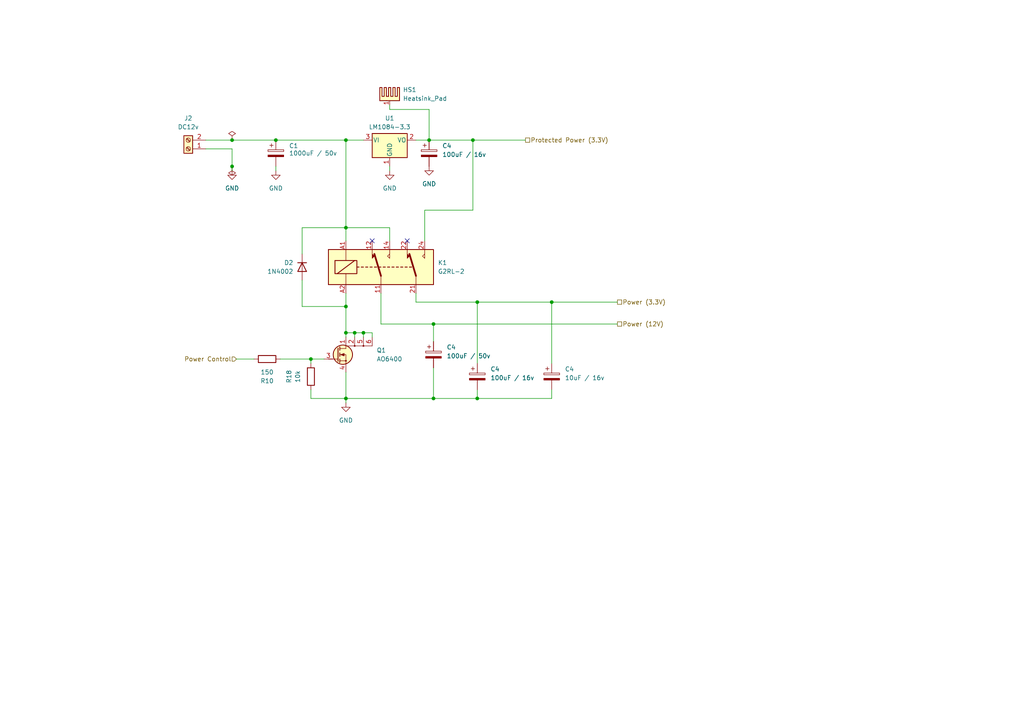
<source format=kicad_sch>
(kicad_sch (version 20230121) (generator eeschema)
  (paper "A4")
  (lib_symbols
    (symbol "Connector:Screw_Terminal_01x02" (pin_names (offset 1.016) hide)
      (property "Reference" "J" (at 0 2.54 0))
      (property "Value" "Screw_Terminal_01x02" (at 0 -5.08 0))
      (symbol "Screw_Terminal_01x02_1_1"
        (rectangle (start -1.27 1.27) (end 1.27 -3.81) (stroke (width 0.254)) (fill (type background)))
        (circle (center 0 -2.54) (radius 0.635) (stroke (width 0.1524)))
        (polyline (pts (xy -0.5334 -2.2098) (xy 0.3302 -3.048)) (stroke (width 0.1524)))
        (polyline (pts (xy -0.5334 0.3302) (xy 0.3302 -0.508)) (stroke (width 0.1524)))
        (polyline (pts (xy -0.3556 -2.032) (xy 0.508 -2.8702)) (stroke (width 0.1524)))
        (polyline (pts (xy -0.3556 0.508) (xy 0.508 -0.3302)) (stroke (width 0.1524)))
        (circle (center 0 0) (radius 0.635) (stroke (width 0.1524)))
        (pin passive line (at -5.08 0 0) (length 3.81) (name "Pin_1") (number "1"))
        (pin passive line (at -5.08 -2.54 0) (length 3.81) (name "Pin_2") (number "2"))
      )
    )
    (symbol "Device:C_Polarized" (pin_numbers hide) (pin_names (offset 0.254))
      (property "Reference" "C" (at 0.635 2.54 0))
      (property "Value" "C_Polarized" (at 0.635 -2.54 0))
      (symbol "C_Polarized_0_1"
        (rectangle (start -2.286 0.508) (end 2.286 1.016))
        (polyline (pts (xy -1.778 2.286) (xy -0.762 2.286)))
        (polyline (pts (xy -1.27 2.794) (xy -1.27 1.778)))
        (rectangle (start 2.286 -0.508) (end -2.286 -1.016) (fill (type outline)))
      )
      (symbol "C_Polarized_1_1"
        (pin passive line (at 0 3.81 270) (length 2.794) (name "~") (number "1"))
        (pin passive line (at 0 -3.81 90) (length 2.794) (name "~") (number "2"))
      )
    )
    (symbol "Device:R" (pin_numbers hide) (pin_names (offset 0))
      (property "Reference" "R" (at 2.032 0 90))
      (property "Value" "R" (at 0 0 90))
      (symbol "R_0_1"
        (rectangle (start -1.016 -2.54) (end 1.016 2.54) (stroke (width 0.254)))
      )
      (symbol "R_1_1"
        (pin passive line (at 0 3.81 270) (length 1.27) (name "~") (number "1"))
        (pin passive line (at 0 -3.81 90) (length 1.27) (name "~") (number "2"))
      )
    )
    (symbol "Diode:1N4002" (pin_numbers hide) (pin_names hide)
      (property "Reference" "D" (at 0 2.54 0))
      (property "Value" "1N4002" (at 0 -2.54 0))
      (symbol "1N4002_0_1"
        (polyline (pts (xy -1.27 1.27) (xy -1.27 -1.27)) (stroke (width 0.254)))
        (polyline (pts (xy 1.27 0) (xy -1.27 0)))
        (polyline (pts (xy 1.27 1.27) (xy 1.27 -1.27) (xy -1.27 0) (xy 1.27 1.27)) (stroke (width 0.254)))
      )
      (symbol "1N4002_1_1"
        (pin passive line (at -3.81 0 0) (length 2.54) (name "K") (number "1"))
        (pin passive line (at 3.81 0 180) (length 2.54) (name "A") (number "2"))
      )
    )
    (symbol "Mechanical:Heatsink_Pad" (pin_names (offset 0))
      (property "Reference" "HS" (at 0 5.715 0))
      (property "Value" "Heatsink_Pad" (at 0 3.81 0))
      (symbol "Heatsink_Pad_0_1"
        (polyline (pts (xy -0.3302 0) (xy -0.9652 0) (xy -0.9652 2.54) (xy -1.6002 2.54) (xy -1.6002 0) (xy -2.2352 0) (xy -2.2352 2.54) (xy -2.8702 2.54) (xy -2.8702 -1.27) (xy -0.9652 -1.27)) (stroke (width 0.254)) (fill (type background)))
        (polyline (pts (xy -0.3302 0) (xy -0.3302 2.54) (xy 0.3048 2.54) (xy 0.3048 0) (xy 0.9398 0) (xy 0.9398 2.54) (xy 1.5748 2.54) (xy 1.5748 0) (xy 2.2098 0) (xy 2.2098 2.54) (xy 2.8448 2.54) (xy 2.8448 -1.27) (xy -0.9652 -1.27)) (stroke (width 0.254)) (fill (type background)))
      )
      (symbol "Heatsink_Pad_1_1"
        (pin passive line (at 0 -2.54 90) (length 1.27) (name "~") (number "1"))
      )
    )
    (symbol "PCM_Transistor_MOSFET_AKL:AO6400" (pin_names hide)
      (property "Reference" "Q" (at 5.08 1.27 0))
      (property "Value" "AO6400" (at 5.08 -1.27 0))
      (symbol "AO6400_0_1"
        (polyline (pts (xy 0.254 -1.27) (xy -2.54 -1.27)))
        (polyline (pts (xy 0.254 1.905) (xy 0.254 -1.905)) (stroke (width 0.254)))
        (polyline (pts (xy 0.762 -1.778) (xy 2.54 -1.778)))
        (polyline (pts (xy 0.762 -1.27) (xy 0.762 -2.286)) (stroke (width 0.254)))
        (polyline (pts (xy 0.762 0.508) (xy 0.762 -0.508)) (stroke (width 0.254)))
        (polyline (pts (xy 0.762 2.286) (xy 0.762 1.27)) (stroke (width 0.254)))
        (polyline (pts (xy 2.54 1.778) (xy 0.762 1.778)))
        (polyline (pts (xy 2.54 2.54) (xy 2.54 1.778)))
        (polyline (pts (xy 10.16 2.54) (xy 2.54 2.54)))
        (polyline (pts (xy 2.54 -2.54) (xy 2.54 0) (xy 0.762 0)))
        (polyline (pts (xy 1.016 0) (xy 2.032 0.381) (xy 2.032 -0.381) (xy 1.016 0)) (fill (type outline)))
        (circle (center 1.651 0) (radius 2.794) (stroke (width 0.254)) (fill (type background)))
        (circle (center 2.54 -1.778) (radius 0.1778) (fill (type outline)))
        (circle (center 5.08 2.54) (radius 0.1778) (fill (type outline)))
      )
      (symbol "AO6400_1_1"
        (circle (center 7.62 2.54) (radius 0.1778) (fill (type outline)))
        (pin passive line (at 2.54 5.08 270) (length 2.54) (name "D") (number "1"))
        (pin passive line (at 5.08 5.08 270) (length 2.54) (name "D") (number "2"))
        (pin input line (at -3.81 -1.27 0) (length 2.54) (name "G") (number "3"))
        (pin passive line (at 2.54 -5.08 90) (length 2.54) (name "S") (number "4"))
        (pin passive line (at 7.62 5.08 270) (length 2.54) (name "D") (number "5"))
        (pin passive line (at 10.16 5.08 270) (length 2.54) (name "D") (number "6"))
      )
    )
    (symbol "Regulator_Linear:LM1084-3.3" (pin_names (offset 0.254))
      (property "Reference" "U" (at -3.81 3.175 0))
      (property "Value" "LM1084-3.3" (at 0 3.175 0))
      (symbol "LM1084-3.3_0_1"
        (rectangle (start -5.08 1.905) (end 5.08 -5.08) (stroke (width 0.254)) (fill (type background)))
      )
      (symbol "LM1084-3.3_1_1"
        (pin power_in line (at 0 -7.62 90) (length 2.54) (name "GND") (number "1"))
        (pin power_out line (at 7.62 0 180) (length 2.54) (name "VO") (number "2"))
        (pin power_in line (at -7.62 0 0) (length 2.54) (name "VI") (number "3"))
      )
    )
    (symbol "Relay:G2RL-2"
      (property "Reference" "K" (at 16.51 3.81 0))
      (property "Value" "G2RL-2" (at 16.51 1.27 0))
      (symbol "G2RL-2_0_1"
        (rectangle (start -15.24 5.08) (end 15.24 -5.08) (stroke (width 0.254)) (fill (type background)))
        (rectangle (start -13.335 1.905) (end -6.985 -1.905) (stroke (width 0.254)))
        (polyline (pts (xy -12.7 -1.905) (xy -7.62 1.905)) (stroke (width 0.254)))
        (polyline (pts (xy -10.16 -5.08) (xy -10.16 -1.905)))
        (polyline (pts (xy -10.16 5.08) (xy -10.16 1.905)))
        (polyline (pts (xy -6.985 0) (xy -6.35 0)) (stroke (width 0.254)))
        (polyline (pts (xy -5.715 0) (xy -5.08 0)) (stroke (width 0.254)))
        (polyline (pts (xy -4.445 0) (xy -3.81 0)) (stroke (width 0.254)))
        (polyline (pts (xy -3.175 0) (xy -2.54 0)) (stroke (width 0.254)))
        (polyline (pts (xy -1.905 0) (xy -1.27 0)) (stroke (width 0.254)))
        (polyline (pts (xy -0.635 0) (xy 0 0)) (stroke (width 0.254)))
        (polyline (pts (xy 0 -2.54) (xy -1.905 3.81)) (stroke (width 0.508)))
        (polyline (pts (xy 0 -2.54) (xy 0 -5.08)))
        (polyline (pts (xy 0.635 0) (xy 1.27 0)) (stroke (width 0.254)))
        (polyline (pts (xy 1.905 0) (xy 2.54 0)) (stroke (width 0.254)))
        (polyline (pts (xy 3.175 0) (xy 3.81 0)) (stroke (width 0.254)))
        (polyline (pts (xy 4.445 0) (xy 5.08 0)) (stroke (width 0.254)))
        (polyline (pts (xy 5.715 0) (xy 6.35 0)) (stroke (width 0.254)))
        (polyline (pts (xy 6.985 0) (xy 7.62 0)) (stroke (width 0.254)))
        (polyline (pts (xy 8.255 0) (xy 8.89 0)) (stroke (width 0.254)))
        (polyline (pts (xy 10.16 -2.54) (xy 8.255 3.81)) (stroke (width 0.508)))
        (polyline (pts (xy 10.16 -2.54) (xy 10.16 -5.08)))
        (polyline (pts (xy -2.54 5.08) (xy -2.54 2.54) (xy -1.905 3.175) (xy -2.54 3.81)) (fill (type outline)))
        (polyline (pts (xy 2.54 5.08) (xy 2.54 2.54) (xy 1.905 3.175) (xy 2.54 3.81)))
        (polyline (pts (xy 7.62 5.08) (xy 7.62 2.54) (xy 8.255 3.175) (xy 7.62 3.81)) (fill (type outline)))
        (polyline (pts (xy 12.7 5.08) (xy 12.7 2.54) (xy 12.065 3.175) (xy 12.7 3.81)))
      )
      (symbol "G2RL-2_1_1"
        (pin passive line (at 0 -7.62 90) (length 2.54) (name "~") (number "11"))
        (pin passive line (at -2.54 7.62 270) (length 2.54) (name "~") (number "12"))
        (pin passive line (at 2.54 7.62 270) (length 2.54) (name "~") (number "14"))
        (pin passive line (at 10.16 -7.62 90) (length 2.54) (name "~") (number "21"))
        (pin passive line (at 7.62 7.62 270) (length 2.54) (name "~") (number "22"))
        (pin passive line (at 12.7 7.62 270) (length 2.54) (name "~") (number "24"))
        (pin passive line (at -10.16 7.62 270) (length 2.54) (name "~") (number "A1"))
        (pin passive line (at -10.16 -7.62 90) (length 2.54) (name "~") (number "A2"))
      )
    )
    (symbol "power:GND" (power) (pin_names (offset 0))
      (property "Value" "GND" (at 0 -3.81 0))
      (symbol "GND_0_1"
        (polyline (pts (xy 0 0) (xy 0 -1.27) (xy 1.27 -1.27) (xy 0 -2.54) (xy -1.27 -1.27) (xy 0 -1.27)))
      )
      (symbol "GND_1_1"
        (pin power_in line (at 0 0 270) (length 0) hide (name "GND") (number "1"))
      )
    )
    (symbol "power:PWR_FLAG" (power) (pin_numbers hide) (pin_names (offset 0) hide)
      (property "Value" "PWR_FLAG" (at 0 3.81 0))
      (symbol "PWR_FLAG_0_0"
        (pin power_out line (at 0 0 90) (length 0) (name "pwr") (number "1"))
      )
      (symbol "PWR_FLAG_0_1"
        (polyline (pts (xy 0 0) (xy 0 1.27) (xy -1.016 1.905) (xy 0 2.54) (xy 1.016 1.905) (xy 0 1.27)))
      )
    )
  )
  (junction (at 90.17 104.14))
  (junction (at 125.73 93.98))
  (junction (at 100.33 40.64))
  (junction (at 138.43 87.63))
  (junction (at 100.33 115.57))
  (junction (at 67.31 48.26))
  (junction (at 160.02 87.63))
  (junction (at 67.31 40.64))
  (junction (at 80.01 40.64))
  (junction (at 137.16 40.64))
  (junction (at 102.87 96.52))
  (junction (at 124.46 40.64))
  (junction (at 100.33 66.04))
  (junction (at 100.33 88.9))
  (junction (at 138.43 115.57))
  (junction (at 125.73 115.57))
  (junction (at 100.33 96.52))
  (junction (at 105.41 96.52))
  (no_connect (at 118.11 69.85))
  (no_connect (at 107.95 69.85))
  (wire (pts (xy 90.17 105.41) (xy 90.17 104.14)))
  (wire (pts (xy 138.43 115.57) (xy 125.73 115.57)))
  (wire (pts (xy 120.65 85.09) (xy 120.65 87.63)))
  (wire (pts (xy 123.19 60.96) (xy 137.16 60.96)))
  (wire (pts (xy 105.41 96.52) (xy 102.87 96.52)))
  (wire (pts (xy 59.69 40.64) (xy 67.31 40.64)))
  (wire (pts (xy 100.33 40.64) (xy 100.33 66.04)))
  (wire (pts (xy 90.17 113.03) (xy 90.17 115.57)))
  (wire (pts (xy 120.65 40.64) (xy 124.46 40.64)))
  (wire (pts (xy 87.63 66.04) (xy 100.33 66.04)))
  (wire (pts (xy 80.01 40.64) (xy 100.33 40.64)))
  (wire (pts (xy 100.33 85.09) (xy 100.33 88.9)))
  (wire (pts (xy 67.31 40.64) (xy 80.01 40.64)))
  (wire (pts (xy 113.03 49.53) (xy 113.03 48.26)))
  (wire (pts (xy 120.65 87.63) (xy 138.43 87.63)))
  (wire (pts (xy 125.73 115.57) (xy 100.33 115.57)))
  (wire (pts (xy 110.49 85.09) (xy 110.49 93.98)))
  (wire (pts (xy 90.17 104.14) (xy 93.98 104.14)))
  (wire (pts (xy 105.41 97.79) (xy 105.41 96.52)))
  (wire (pts (xy 67.31 43.18) (xy 67.31 48.26)))
  (wire (pts (xy 102.87 96.52) (xy 100.33 96.52)))
  (wire (pts (xy 100.33 40.64) (xy 105.41 40.64)))
  (wire (pts (xy 100.33 116.84) (xy 100.33 115.57)))
  (wire (pts (xy 107.95 96.52) (xy 105.41 96.52)))
  (wire (pts (xy 100.33 66.04) (xy 113.03 66.04)))
  (wire (pts (xy 160.02 113.03) (xy 160.02 115.57)))
  (wire (pts (xy 125.73 106.68) (xy 125.73 115.57)))
  (wire (pts (xy 90.17 115.57) (xy 100.33 115.57)))
  (wire (pts (xy 81.28 104.14) (xy 90.17 104.14)))
  (wire (pts (xy 160.02 87.63) (xy 179.07 87.63)))
  (wire (pts (xy 125.73 93.98) (xy 179.07 93.98)))
  (wire (pts (xy 124.46 40.64) (xy 137.16 40.64)))
  (wire (pts (xy 100.33 88.9) (xy 100.33 96.52)))
  (wire (pts (xy 102.87 97.79) (xy 102.87 96.52)))
  (wire (pts (xy 113.03 31.75) (xy 124.46 31.75)))
  (wire (pts (xy 100.33 66.04) (xy 100.33 69.85)))
  (wire (pts (xy 87.63 81.28) (xy 87.63 88.9)))
  (wire (pts (xy 137.16 40.64) (xy 137.16 60.96)))
  (wire (pts (xy 137.16 40.64) (xy 152.4 40.64)))
  (wire (pts (xy 87.63 88.9) (xy 100.33 88.9)))
  (wire (pts (xy 59.69 43.18) (xy 67.31 43.18)))
  (wire (pts (xy 100.33 96.52) (xy 100.33 97.79)))
  (wire (pts (xy 100.33 115.57) (xy 100.33 107.95)))
  (wire (pts (xy 68.58 104.14) (xy 73.66 104.14)))
  (wire (pts (xy 113.03 30.48) (xy 113.03 31.75)))
  (wire (pts (xy 80.01 48.26) (xy 80.01 49.53)))
  (wire (pts (xy 123.19 69.85) (xy 123.19 60.96)))
  (wire (pts (xy 160.02 115.57) (xy 138.43 115.57)))
  (wire (pts (xy 138.43 87.63) (xy 160.02 87.63)))
  (wire (pts (xy 160.02 87.63) (xy 160.02 105.41)))
  (wire (pts (xy 87.63 73.66) (xy 87.63 66.04)))
  (wire (pts (xy 138.43 87.63) (xy 138.43 105.41)))
  (wire (pts (xy 107.95 97.79) (xy 107.95 96.52)))
  (wire (pts (xy 124.46 31.75) (xy 124.46 40.64)))
  (wire (pts (xy 67.31 48.26) (xy 67.31 49.53)))
  (wire (pts (xy 113.03 69.85) (xy 113.03 66.04)))
  (wire (pts (xy 125.73 93.98) (xy 125.73 99.06)))
  (wire (pts (xy 110.49 93.98) (xy 125.73 93.98)))
  (wire (pts (xy 138.43 113.03) (xy 138.43 115.57)))
  (hierarchical_label "Protected Power (3.3V)" (shape passive) (at 152.4 40.64 0))
  (hierarchical_label "Power (3.3V)" (shape passive) (at 179.07 87.63 0))
  (hierarchical_label "Power (12V)" (shape passive) (at 179.07 93.98 0))
  (hierarchical_label "Power Control" (shape input) (at 68.58 104.14 180))
  (symbol (lib_id "power:PWR_FLAG") (at 67.31 48.26 180) (unit 1)
    (property "Reference" "#FLG02" (effects hide))
    (property "Value" "PWR_FLAG" (effects hide))
  )
  (symbol (lib_id "Device:R") (at 90.17 109.22 0) (mirror y) (unit 1)
    (property "Reference" "R18" (at 83.82 109.22 90))
    (property "Value" "10k" (at 86.36 109.22 90))
    (property "Footprint" "PCM_Resistor_SMD_AKL:R_1206_3216Metric_Pad1.42x1.75mm_HandSolder" (effects hide))
    (instances (project "control.gateway" (path "" (reference "R18") (unit 1)) (path "" (reference "R4") (unit 1))))
  )
  (symbol (lib_id "Device:C_Polarized") (at 124.46 44.45 0) (unit 1)
    (property "Reference" "C4" (at 128.27 42.291 0) (effects (justify left)))
    (property "Value" "100uF / 16v" (at 128.27 44.831 0) (effects (justify left)))
    (property "Footprint" "Capacitor_THT:CP_Radial_D10.0mm_P3.50mm" (effects hide))
    (instances (project "control.gateway" (path "" (reference "C4") (unit 1)) (path "" (reference "C2") (unit 1))))
  )
  (symbol (lib_id "Regulator_Linear:LM1084-3.3") (at 113.03 40.64 0) (unit 1)
    (property "Reference" "U1" (at 113.03 34.29 0))
    (property "Value" "LM1084-3.3" (at 113.03 36.83 0))
    (property "Footprint" "PCM_Package_TO_SOT_THT_AKL:TO-220-3_Vertical" (effects hide))
    (property "Datasheet" "http://www.ti.com/lit/ds/symlink/lm1084.pdf" (effects hide))
  )
  (symbol (lib_id "Device:R") (at 77.47 104.14 90) (mirror x) (unit 1)
    (property "Reference" "R10" (at 77.47 110.49 90))
    (property "Value" "150" (at 77.47 107.95 90))
    (property "Footprint" "PCM_Resistor_SMD_AKL:R_1206_3216Metric_Pad1.42x1.75mm_HandSolder" (effects hide))
    (instances (project "control.gateway" (path "" (reference "R10") (unit 1)) (path "" (reference "R8") (unit 1)) (path "" (reference "R6") (unit 1))))
  )
  (symbol (lib_id "power:GND") (at 113.03 49.53 0) (unit 1)
    (property "Reference" "#PWR047" (effects hide))
    (property "Value" "GND" (at 113.03 54.61 0))
  )
  (symbol (lib_id "Connector:Screw_Terminal_01x02") (at 54.61 43.18 180) (unit 1)
    (property "Reference" "J2" (at 54.61 34.29 0))
    (property "Value" "DC12v" (at 54.61 36.83 0))
    (property "Footprint" "TerminalBlock_Phoenix:TerminalBlock_Phoenix_MKDS-1,5-2-5.08_1x02_P5.08mm_Horizontal" (effects hide))
  )
  (symbol (lib_id "power:GND") (at 67.31 49.53 0) (unit 1)
    (property "Reference" "#PWR045" (effects hide))
    (property "Value" "GND" (at 67.31 54.61 0))
  )
  (symbol (lib_id "power:GND") (at 80.01 49.53 0) (unit 1)
    (property "Reference" "#PWR046" (effects hide))
    (property "Value" "GND" (at 80.01 54.61 0))
  )
  (symbol (lib_id "Device:C_Polarized") (at 125.73 102.87 0) (unit 1)
    (property "Reference" "C4" (at 129.54 100.711 0) (effects (justify left)))
    (property "Value" "100uF / 50v" (at 129.54 103.251 0) (effects (justify left)))
    (property "Footprint" "Capacitor_THT:CP_Radial_D10.0mm_P3.50mm" (effects hide))
    (instances (project "control.gateway" (path "" (reference "C4") (unit 1)) (path "" (reference "C3") (unit 1))))
  )
  (symbol (lib_id "Device:C_Polarized") (at 80.01 44.45 0) (unit 1)
    (property "Reference" "C1" (at 83.82 42.291 0) (effects (justify left)))
    (property "Value" "1000uF / 50v" (at 83.82 44.45 0) (effects (justify left)))
    (property "Footprint" "Capacitor_THT:CP_Radial_D13.0mm_P5.00mm" (effects hide))
  )
  (symbol (lib_id "Device:C_Polarized") (at 138.43 109.22 0) (unit 1)
    (property "Reference" "C4" (at 142.24 107.061 0) (effects (justify left)))
    (property "Value" "100uF / 16v" (at 142.24 109.601 0) (effects (justify left)))
    (property "Footprint" "Capacitor_THT:CP_Radial_D10.0mm_P3.50mm" (effects hide))
  )
  (symbol (lib_id "Diode:1N4002") (at 87.63 77.47 270) (unit 1)
    (property "Reference" "D2" (at 85.09 76.2 90) (effects (justify right)))
    (property "Value" "1N4002" (at 85.09 78.74 90) (effects (justify right)))
    (property "Footprint" "Diode_THT:D_DO-41_SOD81_P10.16mm_Horizontal" (effects hide))
    (property "Datasheet" "http://www.vishay.com/docs/88503/1n4001.pdf" (effects hide))
    (property "Sim.Device" "D" (effects hide))
    (property "Sim.Pins" "1=K 2=A" (effects hide))
  )
  (symbol (lib_id "Mechanical:Heatsink_Pad") (at 113.03 27.94 0) (unit 1)
    (property "Reference" "HS1" (at 116.84 26.035 0) (effects (justify left)))
    (property "Value" "Heatsink_Pad" (at 116.84 28.575 0) (effects (justify left)))
    (property "Footprint" "Heatsink:Heatsink_Stonecold_HS-132_32x14mm_2xFixation1.5mm" (effects hide))
  )
  (symbol (lib_id "PCM_Transistor_MOSFET_AKL:AO6400") (at 97.79 102.87 0) (unit 1)
    (property "Reference" "Q1" (at 109.22 101.6 0) (effects (justify left)))
    (property "Value" "AO6400" (at 109.22 104.14 0) (effects (justify left)))
    (property "Footprint" "PCM_Package_TO_SOT_SMD_AKL:SOT-23-6_Handsoldering" (effects hide))
    (property "Datasheet" "https://www.tme.eu/Document/6d7ed908ef9bd5ada92686a10697f007/AO6400.pdf" (effects hide))
  )
  (symbol (lib_id "power:GND") (at 100.33 116.84 0) (unit 1)
    (property "Reference" "#PWR049" (effects hide))
    (property "Value" "GND" (at 100.33 121.92 0))
  )
  (symbol (lib_id "power:GND") (at 124.46 48.26 0) (unit 1)
    (property "Reference" "#PWR048" (effects hide))
    (property "Value" "GND" (at 124.46 53.34 0))
  )
  (symbol (lib_id "power:PWR_FLAG") (at 67.31 40.64 0) (unit 1)
    (property "Reference" "#FLG03" (effects hide))
    (property "Value" "PWR_FLAG" (effects hide))
  )
  (symbol (lib_id "Device:C_Polarized") (at 160.02 109.22 0) (unit 1)
    (property "Reference" "C4" (at 163.83 107.061 0) (effects (justify left)))
    (property "Value" "10uF / 16v" (at 163.83 109.601 0) (effects (justify left)))
    (property "Footprint" "Capacitor_THT:CP_Radial_D5.0mm_P2.50mm" (effects hide))
    (instances (project "control.gateway" (path "" (reference "C4") (unit 1)) (path "" (reference "C10") (unit 1))))
  )
  (symbol (lib_id "Relay:G2RL-2") (at 110.49 77.47 0) (unit 1)
    (property "Reference" "K1" (at 127 76.2 0) (effects (justify left)))
    (property "Value" "G2RL-2" (at 127 78.74 0) (effects (justify left)))
    (property "Footprint" "Relay_THT:Relay_DPDT_Omron_G2RL-2" (effects hide))
    (property "Datasheet" "https://omronfs.omron.com/en_US/ecb/products/pdf/en-g2rl.pdf" (effects hide))
  )
)
</source>
